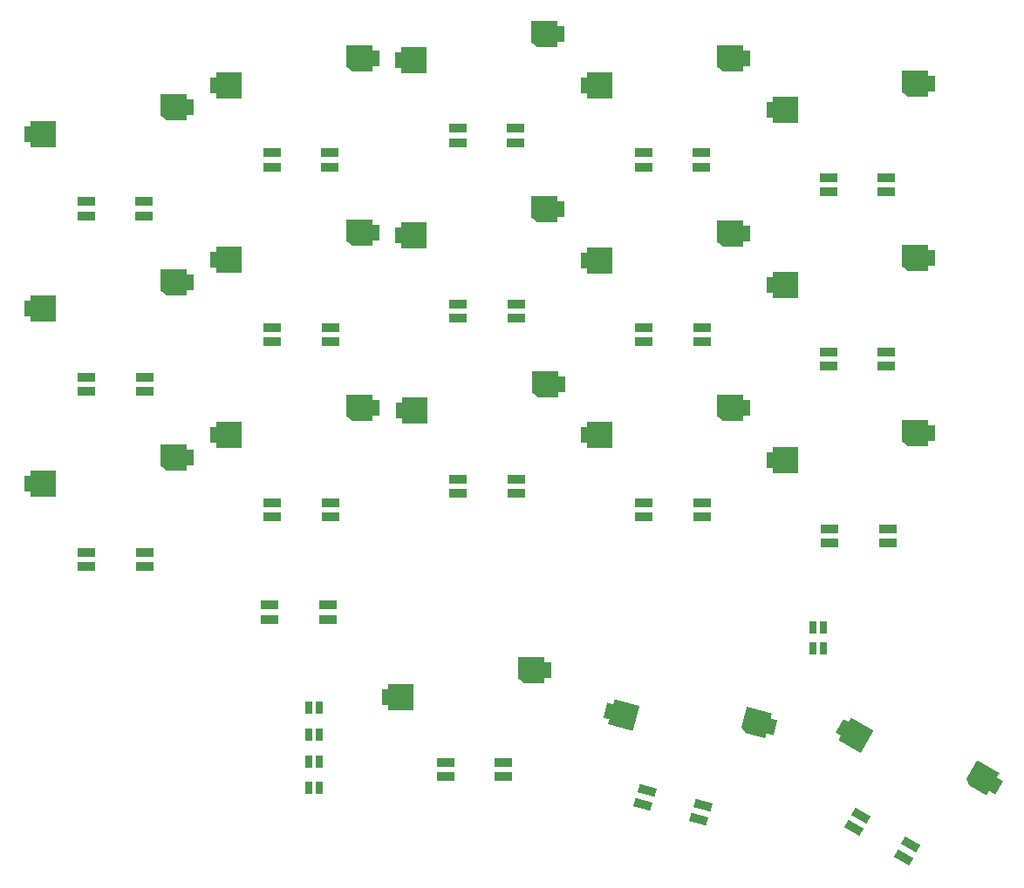
<source format=gbr>
G04 #@! TF.GenerationSoftware,KiCad,Pcbnew,7.0.1*
G04 #@! TF.CreationDate,2024-09-05T16:41:43+07:00*
G04 #@! TF.ProjectId,minikeeb,6d696e69-6b65-4656-922e-6b696361645f,rev?*
G04 #@! TF.SameCoordinates,Original*
G04 #@! TF.FileFunction,Paste,Bot*
G04 #@! TF.FilePolarity,Positive*
%FSLAX46Y46*%
G04 Gerber Fmt 4.6, Leading zero omitted, Abs format (unit mm)*
G04 Created by KiCad (PCBNEW 7.0.1) date 2024-09-05 16:41:43*
%MOMM*%
%LPD*%
G01*
G04 APERTURE LIST*
G04 Aperture macros list*
%AMRotRect*
0 Rectangle, with rotation*
0 The origin of the aperture is its center*
0 $1 length*
0 $2 width*
0 $3 Rotation angle, in degrees counterclockwise*
0 Add horizontal line*
21,1,$1,$2,0,0,$3*%
%AMFreePoly0*
4,1,17,2.735355,1.235355,2.750000,1.200000,2.750000,-1.200000,2.735355,-1.235355,2.700000,-1.250000,0.300000,-1.250000,0.264645,-1.235355,0.250000,-1.200000,0.250000,-0.750000,-0.350000,-0.750000,-0.350000,0.750000,0.250000,0.750000,0.250000,1.200000,0.264645,1.235355,0.300000,1.250000,2.700000,1.250000,2.735355,1.235355,2.735355,1.235355,$1*%
%AMFreePoly1*
4,1,24,-0.364645,1.235355,-0.350000,1.200000,-0.350000,0.750000,0.350000,0.750000,0.350000,-0.750000,-0.350000,-0.750000,-0.350000,-1.200000,-0.364645,-1.235355,-0.400000,-1.250000,-2.300000,-1.250000,-2.315317,-1.243655,-2.331235,-1.239043,-2.831235,-0.839043,-2.832648,-0.836476,-2.835355,-0.835355,-2.841697,-0.820043,-2.849694,-0.805522,-2.848878,-0.802707,-2.850000,-0.800000,-2.850000,1.200000,
-2.835355,1.235355,-2.800000,1.250000,-0.400000,1.250000,-0.364645,1.235355,-0.364645,1.235355,$1*%
G04 Aperture macros list end*
%ADD10FreePoly0,0.000000*%
%ADD11FreePoly1,0.000000*%
%ADD12FreePoly0,345.000000*%
%ADD13FreePoly1,345.000000*%
%ADD14FreePoly0,330.000000*%
%ADD15FreePoly1,330.000000*%
%ADD16R,1.700000X0.825000*%
%ADD17R,0.635000X1.143000*%
%ADD18RotRect,1.700000X0.825000X150.000000*%
%ADD19RotRect,1.700000X0.825000X165.000000*%
G04 APERTURE END LIST*
D10*
X103641000Y-95226500D03*
D11*
X119341000Y-92626500D03*
D10*
X85670500Y-109831500D03*
D11*
X101370500Y-107231500D03*
D10*
X103641000Y-112244500D03*
D11*
X119341000Y-109644500D03*
D12*
X88004178Y-136672724D03*
D13*
X103842143Y-138224775D03*
D10*
X49666000Y-109831500D03*
D11*
X65366000Y-107231500D03*
D10*
X67636500Y-90464000D03*
D11*
X83336500Y-87864000D03*
D10*
X31632000Y-114594000D03*
D11*
X47332000Y-111994000D03*
D14*
X110728784Y-138301436D03*
D15*
X125625383Y-143899770D03*
D10*
X103641000Y-78272000D03*
D11*
X119341000Y-75672000D03*
D10*
X67636500Y-73446000D03*
D11*
X83336500Y-70846000D03*
D10*
X85670500Y-75859000D03*
D11*
X101370500Y-73259000D03*
D10*
X31632000Y-80621500D03*
D11*
X47332000Y-78021500D03*
D10*
X67700000Y-107482000D03*
D11*
X83400000Y-104882000D03*
D10*
X31632000Y-97576000D03*
D11*
X47332000Y-94976000D03*
D10*
X49666000Y-75859000D03*
D11*
X65366000Y-73259000D03*
D10*
X85670500Y-92877000D03*
D11*
X101370500Y-90277000D03*
D10*
X49666000Y-92813500D03*
D11*
X65366000Y-90213500D03*
D10*
X66370000Y-135320000D03*
D11*
X82070000Y-132720000D03*
D16*
X91434000Y-99376000D03*
X91434000Y-100776000D03*
X97034000Y-100776000D03*
X97034000Y-99376000D03*
X42920000Y-88560000D03*
X42920000Y-87160000D03*
X37320000Y-87160000D03*
X37320000Y-88560000D03*
X72170000Y-141640000D03*
X72170000Y-143040000D03*
X77770000Y-143040000D03*
X77770000Y-141640000D03*
X37332000Y-104202000D03*
X37332000Y-105602000D03*
X42932000Y-105602000D03*
X42932000Y-104202000D03*
D17*
X108820380Y-130550000D03*
X107819620Y-130550000D03*
X59860000Y-136340000D03*
X58859240Y-136340000D03*
D18*
X112475129Y-146833782D03*
X111775129Y-148046218D03*
X116624871Y-150846218D03*
X117324871Y-149633782D03*
D17*
X59890380Y-141550000D03*
X58889620Y-141550000D03*
D16*
X115068000Y-120334000D03*
X115068000Y-118934000D03*
X109468000Y-118934000D03*
X109468000Y-120334000D03*
X55118000Y-126362000D03*
X55118000Y-127762000D03*
X60718000Y-127762000D03*
X60718000Y-126362000D03*
X73400000Y-97090000D03*
X73400000Y-98490000D03*
X79000000Y-98490000D03*
X79000000Y-97090000D03*
X97034000Y-117794000D03*
X97034000Y-116394000D03*
X91434000Y-116394000D03*
X91434000Y-117794000D03*
D17*
X108840380Y-128540000D03*
X107839620Y-128540000D03*
X59910380Y-138950000D03*
X58909620Y-138950000D03*
D16*
X79000000Y-115510000D03*
X79000000Y-114110000D03*
X73400000Y-114110000D03*
X73400000Y-115510000D03*
X42930000Y-122620000D03*
X42930000Y-121220000D03*
X37330000Y-121220000D03*
X37330000Y-122620000D03*
X55370000Y-99380000D03*
X55370000Y-100780000D03*
X60970000Y-100780000D03*
X60970000Y-99380000D03*
X97002500Y-83810000D03*
X97002500Y-82410000D03*
X91402500Y-82410000D03*
X91402500Y-83810000D03*
X60950000Y-83810000D03*
X60950000Y-82410000D03*
X55350000Y-82410000D03*
X55350000Y-83810000D03*
D19*
X91710581Y-144395159D03*
X91348234Y-145747455D03*
X96757419Y-147196841D03*
X97119766Y-145844545D03*
D17*
X59910000Y-144100000D03*
X58909240Y-144100000D03*
D16*
X114930000Y-86220000D03*
X114930000Y-84820000D03*
X109330000Y-84820000D03*
X109330000Y-86220000D03*
X60966000Y-117794000D03*
X60966000Y-116394000D03*
X55366000Y-116394000D03*
X55366000Y-117794000D03*
X78950000Y-81420000D03*
X78950000Y-80020000D03*
X73350000Y-80020000D03*
X73350000Y-81420000D03*
X109327500Y-101770000D03*
X109327500Y-103170000D03*
X114927500Y-103170000D03*
X114927500Y-101770000D03*
M02*

</source>
